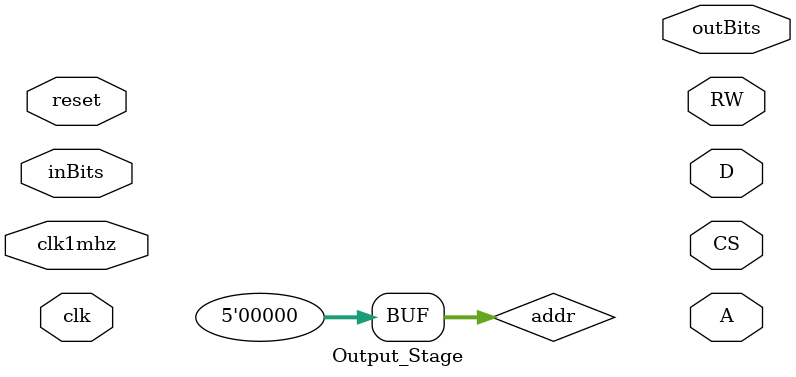
<source format=v>
module Output_Stage(
	input clk, clk1mhz, reset,
	input [199:0]inBits,
	output reg [32:0]outBits,
	output reg [7:0]D,
	output reg [4:0]A,
	output reg CS, RW
	);
	reg [7:0]regs[28:0];
	reg [7:0]nextRegs[28:0];
	reg [4:0]addr;
	reg [4:0]nextAddr;

	localparam  maxAddr = 5'd28;

	always@*begin
		addr = 0;
		if(addr >= 5'd0 && addr <= 5'd24)begin //write range
			if(inBits[8*addr +: 8] == regs[addr])begin
				nextAddr = addr+1'b1;
			end
			else begin

			end
		end
		else if(addr >= 5'd25 && addr <= 5'd28)begin //read range

		end
		
		if(nextAddr == maxAddr) nextAddr = 5'b0;
	end
endmodule

</source>
